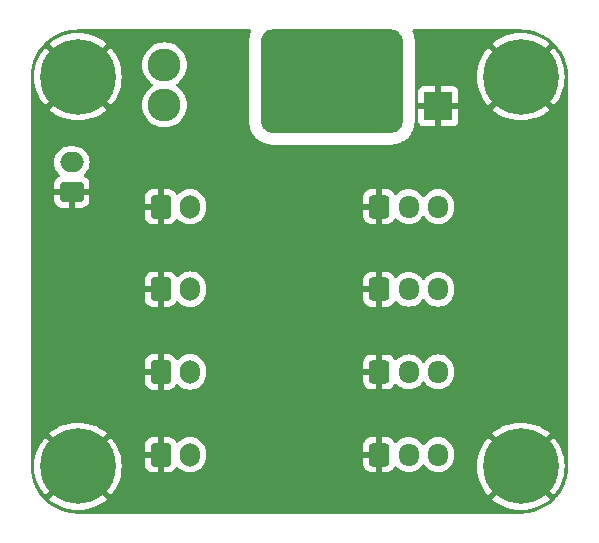
<source format=gbr>
%TF.GenerationSoftware,KiCad,Pcbnew,7.0.10*%
%TF.CreationDate,2024-02-05T17:12:21+01:00*%
%TF.ProjectId,led-driver-board-4gang,6c65642d-6472-4697-9665-722d626f6172,rev?*%
%TF.SameCoordinates,Original*%
%TF.FileFunction,Copper,L2,Bot*%
%TF.FilePolarity,Positive*%
%FSLAX46Y46*%
G04 Gerber Fmt 4.6, Leading zero omitted, Abs format (unit mm)*
G04 Created by KiCad (PCBNEW 7.0.10) date 2024-02-05 17:12:21*
%MOMM*%
%LPD*%
G01*
G04 APERTURE LIST*
G04 Aperture macros list*
%AMRoundRect*
0 Rectangle with rounded corners*
0 $1 Rounding radius*
0 $2 $3 $4 $5 $6 $7 $8 $9 X,Y pos of 4 corners*
0 Add a 4 corners polygon primitive as box body*
4,1,4,$2,$3,$4,$5,$6,$7,$8,$9,$2,$3,0*
0 Add four circle primitives for the rounded corners*
1,1,$1+$1,$2,$3*
1,1,$1+$1,$4,$5*
1,1,$1+$1,$6,$7*
1,1,$1+$1,$8,$9*
0 Add four rect primitives between the rounded corners*
20,1,$1+$1,$2,$3,$4,$5,0*
20,1,$1+$1,$4,$5,$6,$7,0*
20,1,$1+$1,$6,$7,$8,$9,0*
20,1,$1+$1,$8,$9,$2,$3,0*%
G04 Aperture macros list end*
%TA.AperFunction,ComponentPad*%
%ADD10RoundRect,0.250000X0.750000X-0.600000X0.750000X0.600000X-0.750000X0.600000X-0.750000X-0.600000X0*%
%TD*%
%TA.AperFunction,ComponentPad*%
%ADD11O,2.000000X1.700000*%
%TD*%
%TA.AperFunction,ComponentPad*%
%ADD12C,0.800000*%
%TD*%
%TA.AperFunction,ComponentPad*%
%ADD13C,6.400000*%
%TD*%
%TA.AperFunction,ComponentPad*%
%ADD14R,2.400000X2.400000*%
%TD*%
%TA.AperFunction,ComponentPad*%
%ADD15C,2.400000*%
%TD*%
%TA.AperFunction,ComponentPad*%
%ADD16RoundRect,0.250000X-0.600000X-0.750000X0.600000X-0.750000X0.600000X0.750000X-0.600000X0.750000X0*%
%TD*%
%TA.AperFunction,ComponentPad*%
%ADD17O,1.700000X2.000000*%
%TD*%
%TA.AperFunction,ComponentPad*%
%ADD18RoundRect,0.250000X-0.600000X-0.725000X0.600000X-0.725000X0.600000X0.725000X-0.600000X0.725000X0*%
%TD*%
%TA.AperFunction,ComponentPad*%
%ADD19O,1.700000X1.950000*%
%TD*%
%TA.AperFunction,ComponentPad*%
%ADD20C,2.780000*%
%TD*%
G04 APERTURE END LIST*
D10*
%TO.P,J10,1,Pin_1*%
%TO.N,GND*%
X22475000Y-38750000D03*
D11*
%TO.P,J10,2,Pin_2*%
%TO.N,+3V3*%
X22475000Y-36250000D03*
%TD*%
D12*
%TO.P,H4,1,1*%
%TO.N,GND*%
X58100000Y-62000000D03*
X58802944Y-60302944D03*
X58802944Y-63697056D03*
X60500000Y-59600000D03*
D13*
X60500000Y-62000000D03*
D12*
X60500000Y-64400000D03*
X62197056Y-60302944D03*
X62197056Y-63697056D03*
X62900000Y-62000000D03*
%TD*%
%TO.P,H3,1,1*%
%TO.N,GND*%
X20600000Y-62000000D03*
X21302944Y-60302944D03*
X21302944Y-63697056D03*
X23000000Y-59600000D03*
D13*
X23000000Y-62000000D03*
D12*
X23000000Y-64400000D03*
X24697056Y-60302944D03*
X24697056Y-63697056D03*
X25400000Y-62000000D03*
%TD*%
%TO.P,H2,1,1*%
%TO.N,GND*%
X58100000Y-29000000D03*
X58802944Y-27302944D03*
X58802944Y-30697056D03*
X60500000Y-26600000D03*
D13*
X60500000Y-29000000D03*
D12*
X60500000Y-31400000D03*
X62197056Y-27302944D03*
X62197056Y-30697056D03*
X62900000Y-29000000D03*
%TD*%
%TO.P,H1,1,1*%
%TO.N,GND*%
X20600000Y-29000000D03*
X21302944Y-27302944D03*
X21302944Y-30697056D03*
X23000000Y-26600000D03*
D13*
X23000000Y-29000000D03*
D12*
X23000000Y-31400000D03*
X24697056Y-27302944D03*
X24697056Y-30697056D03*
X25400000Y-29000000D03*
%TD*%
D14*
%TO.P,J9,1,Pin_1*%
%TO.N,GND*%
X53500000Y-31500000D03*
D15*
%TO.P,J9,2,Pin_2*%
%TO.N,/5V_UNFUSED*%
X48500000Y-31500000D03*
%TD*%
D16*
%TO.P,J8,1,Pin_1*%
%TO.N,GND*%
X30000000Y-61000000D03*
D17*
%TO.P,J8,2,Pin_2*%
%TO.N,LED3_IN*%
X32500000Y-61000000D03*
%TD*%
D16*
%TO.P,J7,1,Pin_1*%
%TO.N,GND*%
X30000000Y-54000000D03*
D17*
%TO.P,J7,2,Pin_2*%
%TO.N,LED2_IN*%
X32500000Y-54000000D03*
%TD*%
D16*
%TO.P,J6,1,Pin_1*%
%TO.N,GND*%
X30000000Y-47000000D03*
D17*
%TO.P,J6,2,Pin_2*%
%TO.N,LED1_IN*%
X32500000Y-47000000D03*
%TD*%
D16*
%TO.P,J5,1,Pin_1*%
%TO.N,GND*%
X30000000Y-40000000D03*
D17*
%TO.P,J5,2,Pin_2*%
%TO.N,LED0_IN*%
X32500000Y-40000000D03*
%TD*%
D18*
%TO.P,J4,1,Pin_1*%
%TO.N,GND*%
X48500000Y-61000000D03*
D19*
%TO.P,J4,2,Pin_2*%
%TO.N,+5V*%
X51000000Y-61000000D03*
%TO.P,J4,3,Pin_3*%
%TO.N,LED3_OUT*%
X53500000Y-61000000D03*
%TD*%
D18*
%TO.P,J3,1,Pin_1*%
%TO.N,GND*%
X48500000Y-54000000D03*
D19*
%TO.P,J3,2,Pin_2*%
%TO.N,+5V*%
X51000000Y-54000000D03*
%TO.P,J3,3,Pin_3*%
%TO.N,LED2_OUT*%
X53500000Y-54000000D03*
%TD*%
D18*
%TO.P,J2,1,Pin_1*%
%TO.N,GND*%
X48500000Y-47000000D03*
D19*
%TO.P,J2,2,Pin_2*%
%TO.N,+5V*%
X51000000Y-47000000D03*
%TO.P,J2,3,Pin_3*%
%TO.N,LED1_OUT*%
X53500000Y-47000000D03*
%TD*%
D18*
%TO.P,J1,1,Pin_1*%
%TO.N,GND*%
X48500000Y-40000000D03*
D19*
%TO.P,J1,2,Pin_2*%
%TO.N,+5V*%
X51000000Y-40000000D03*
%TO.P,J1,3,Pin_3*%
%TO.N,LED0_OUT*%
X53500000Y-40000000D03*
%TD*%
D20*
%TO.P,F1,1*%
%TO.N,+5V*%
X30330000Y-31400000D03*
X30330000Y-28000000D03*
%TO.P,F1,2*%
%TO.N,/5V_UNFUSED*%
X40250000Y-28000000D03*
X40250000Y-31400000D03*
%TD*%
%TA.AperFunction,Conductor*%
%TO.N,GND*%
G36*
X37628783Y-25020185D02*
G01*
X37674538Y-25072989D01*
X37684482Y-25142147D01*
X37673837Y-25177519D01*
X37652945Y-25221687D01*
X37652920Y-25221744D01*
X37643640Y-25244145D01*
X37643625Y-25244182D01*
X37610371Y-25337119D01*
X37560553Y-25501352D01*
X37560553Y-25501353D01*
X37536580Y-25597055D01*
X37531836Y-25620899D01*
X37517362Y-25718483D01*
X37517357Y-25718527D01*
X37499938Y-25895387D01*
X37496308Y-25944597D01*
X37495711Y-25956754D01*
X37495711Y-25956762D01*
X37494500Y-26006092D01*
X37494500Y-32743907D01*
X37494597Y-32747844D01*
X37495711Y-32793244D01*
X37496308Y-32805401D01*
X37499938Y-32854612D01*
X37517358Y-33031482D01*
X37517360Y-33031502D01*
X37531831Y-33129063D01*
X37531833Y-33129077D01*
X37536572Y-33152905D01*
X37548368Y-33199999D01*
X37560553Y-33248650D01*
X37610370Y-33412876D01*
X37643626Y-33505815D01*
X37652917Y-33528245D01*
X37652934Y-33528285D01*
X37695091Y-33617414D01*
X37695106Y-33617445D01*
X37695111Y-33617454D01*
X37775996Y-33768781D01*
X37776000Y-33768787D01*
X37826725Y-33853417D01*
X37840230Y-33873629D01*
X37899015Y-33952893D01*
X38007883Y-34085549D01*
X38074149Y-34158662D01*
X38091337Y-34175850D01*
X38164450Y-34242116D01*
X38297106Y-34350984D01*
X38376370Y-34409769D01*
X38396582Y-34423274D01*
X38481209Y-34473997D01*
X38481217Y-34474002D01*
X38531659Y-34500963D01*
X38632554Y-34554893D01*
X38632584Y-34554907D01*
X38721713Y-34597064D01*
X38721732Y-34597072D01*
X38744184Y-34606373D01*
X38744189Y-34606374D01*
X38744192Y-34606376D01*
X38837122Y-34639628D01*
X39001345Y-34689444D01*
X39097071Y-34713422D01*
X39097089Y-34713425D01*
X39097105Y-34713429D01*
X39101650Y-34714332D01*
X39120912Y-34718164D01*
X39218506Y-34732640D01*
X39395380Y-34750061D01*
X39444609Y-34753692D01*
X39456763Y-34754289D01*
X39506093Y-34755500D01*
X39506108Y-34755500D01*
X49493892Y-34755500D01*
X49493907Y-34755500D01*
X49543237Y-34754289D01*
X49555391Y-34753692D01*
X49604620Y-34750061D01*
X49781493Y-34732640D01*
X49879087Y-34718164D01*
X49902928Y-34713422D01*
X49998654Y-34689444D01*
X50162877Y-34639628D01*
X50255807Y-34606376D01*
X50278265Y-34597073D01*
X50278276Y-34597067D01*
X50278285Y-34597064D01*
X50314795Y-34579794D01*
X50367445Y-34554893D01*
X50518787Y-34473999D01*
X50603417Y-34423274D01*
X50623629Y-34409769D01*
X50702893Y-34350984D01*
X50835549Y-34242116D01*
X50908662Y-34175850D01*
X50925850Y-34158662D01*
X50992116Y-34085549D01*
X51100984Y-33952893D01*
X51159769Y-33873629D01*
X51173274Y-33853417D01*
X51223999Y-33768787D01*
X51304893Y-33617445D01*
X51347073Y-33528265D01*
X51356376Y-33505807D01*
X51389628Y-33412877D01*
X51439444Y-33248654D01*
X51463422Y-33152928D01*
X51468164Y-33129087D01*
X51482640Y-33031493D01*
X51500061Y-32854620D01*
X51503692Y-32805391D01*
X51504289Y-32793237D01*
X51505403Y-32747844D01*
X51800000Y-32747844D01*
X51806401Y-32807372D01*
X51806403Y-32807379D01*
X51856645Y-32942086D01*
X51856649Y-32942093D01*
X51942809Y-33057187D01*
X51942812Y-33057190D01*
X52057906Y-33143350D01*
X52057913Y-33143354D01*
X52192620Y-33193596D01*
X52192627Y-33193598D01*
X52252155Y-33199999D01*
X52252172Y-33200000D01*
X53250000Y-33200000D01*
X53250000Y-32045881D01*
X53343369Y-32084556D01*
X53460677Y-32100000D01*
X53539323Y-32100000D01*
X53656631Y-32084556D01*
X53750000Y-32045881D01*
X53750000Y-33200000D01*
X54747828Y-33200000D01*
X54747844Y-33199999D01*
X54807372Y-33193598D01*
X54807379Y-33193596D01*
X54942086Y-33143354D01*
X54942093Y-33143350D01*
X55057187Y-33057190D01*
X55057190Y-33057187D01*
X55143350Y-32942093D01*
X55143354Y-32942086D01*
X55193596Y-32807379D01*
X55193598Y-32807372D01*
X55199999Y-32747844D01*
X55200000Y-32747827D01*
X55200000Y-31750000D01*
X54045882Y-31750000D01*
X54084556Y-31656631D01*
X54105177Y-31500000D01*
X54084556Y-31343369D01*
X54045882Y-31250000D01*
X55200000Y-31250000D01*
X55200000Y-30252172D01*
X55199999Y-30252155D01*
X55193598Y-30192627D01*
X55193596Y-30192620D01*
X55143354Y-30057913D01*
X55143350Y-30057906D01*
X55057190Y-29942812D01*
X55057187Y-29942809D01*
X54942093Y-29856649D01*
X54942086Y-29856645D01*
X54807379Y-29806403D01*
X54807372Y-29806401D01*
X54747844Y-29800000D01*
X53750000Y-29800000D01*
X53750000Y-30954118D01*
X53656631Y-30915444D01*
X53539323Y-30900000D01*
X53460677Y-30900000D01*
X53343369Y-30915444D01*
X53250000Y-30954118D01*
X53250000Y-29800000D01*
X52252155Y-29800000D01*
X52192627Y-29806401D01*
X52192620Y-29806403D01*
X52057913Y-29856645D01*
X52057906Y-29856649D01*
X51942812Y-29942809D01*
X51942809Y-29942812D01*
X51856649Y-30057906D01*
X51856645Y-30057913D01*
X51806403Y-30192620D01*
X51806401Y-30192627D01*
X51800000Y-30252155D01*
X51800000Y-31250000D01*
X52954118Y-31250000D01*
X52915444Y-31343369D01*
X52894823Y-31500000D01*
X52915444Y-31656631D01*
X52954118Y-31750000D01*
X51800000Y-31750000D01*
X51800000Y-32747844D01*
X51505403Y-32747844D01*
X51505500Y-32743907D01*
X51505500Y-29000000D01*
X56794922Y-29000000D01*
X56815219Y-29387287D01*
X56875886Y-29770323D01*
X56875887Y-29770330D01*
X56976262Y-30144936D01*
X57115244Y-30506994D01*
X57291310Y-30852543D01*
X57502531Y-31177793D01*
X57711095Y-31435350D01*
X57711096Y-31435350D01*
X59202266Y-29944180D01*
X59365130Y-30134870D01*
X59555819Y-30297733D01*
X58064648Y-31788903D01*
X58064649Y-31788904D01*
X58322206Y-31997468D01*
X58647456Y-32208689D01*
X58993005Y-32384755D01*
X59355063Y-32523737D01*
X59729669Y-32624112D01*
X59729676Y-32624113D01*
X60112712Y-32684780D01*
X60499999Y-32705078D01*
X60500001Y-32705078D01*
X60887287Y-32684780D01*
X61270323Y-32624113D01*
X61270330Y-32624112D01*
X61644936Y-32523737D01*
X62006994Y-32384755D01*
X62352543Y-32208689D01*
X62677783Y-31997476D01*
X62677785Y-31997475D01*
X62935349Y-31788902D01*
X61444180Y-30297733D01*
X61634870Y-30134870D01*
X61797733Y-29944180D01*
X63288902Y-31435349D01*
X63497475Y-31177785D01*
X63497476Y-31177783D01*
X63708689Y-30852543D01*
X63884755Y-30506994D01*
X64023737Y-30144936D01*
X64124112Y-29770330D01*
X64124113Y-29770323D01*
X64184780Y-29387287D01*
X64205078Y-29000000D01*
X64205078Y-28999999D01*
X64184780Y-28612712D01*
X64124113Y-28229676D01*
X64124112Y-28229669D01*
X64023737Y-27855063D01*
X63884755Y-27493005D01*
X63708689Y-27147456D01*
X63497468Y-26822206D01*
X63288904Y-26564649D01*
X63288903Y-26564648D01*
X61797732Y-28055818D01*
X61634870Y-27865130D01*
X61444180Y-27702266D01*
X62935350Y-26211096D01*
X62935350Y-26211095D01*
X62677793Y-26002531D01*
X62352543Y-25791310D01*
X62006994Y-25615244D01*
X61644936Y-25476262D01*
X61270330Y-25375887D01*
X61270323Y-25375886D01*
X60887287Y-25315219D01*
X60500001Y-25294922D01*
X60499999Y-25294922D01*
X60112712Y-25315219D01*
X59729676Y-25375886D01*
X59729669Y-25375887D01*
X59355063Y-25476262D01*
X58993005Y-25615244D01*
X58647456Y-25791310D01*
X58322206Y-26002531D01*
X58064648Y-26211095D01*
X58064648Y-26211096D01*
X59555819Y-27702266D01*
X59365130Y-27865130D01*
X59202266Y-28055818D01*
X57711096Y-26564648D01*
X57711095Y-26564648D01*
X57502531Y-26822206D01*
X57291310Y-27147456D01*
X57115244Y-27493005D01*
X56976262Y-27855063D01*
X56875887Y-28229669D01*
X56875886Y-28229676D01*
X56815219Y-28612712D01*
X56794922Y-28999999D01*
X56794922Y-29000000D01*
X51505500Y-29000000D01*
X51505500Y-26006092D01*
X51504289Y-25956762D01*
X51503692Y-25944608D01*
X51500061Y-25895379D01*
X51482640Y-25718506D01*
X51468164Y-25620912D01*
X51464332Y-25601650D01*
X51463429Y-25597105D01*
X51463420Y-25597063D01*
X51449313Y-25540745D01*
X51439444Y-25501345D01*
X51389628Y-25337122D01*
X51356376Y-25244192D01*
X51356367Y-25244171D01*
X51348133Y-25224292D01*
X51347073Y-25221734D01*
X51347069Y-25221726D01*
X51326160Y-25177519D01*
X51315291Y-25108500D01*
X51343461Y-25044561D01*
X51401727Y-25006002D01*
X51438254Y-25000500D01*
X60497128Y-25000500D01*
X60502854Y-25000632D01*
X60518811Y-25001369D01*
X60673088Y-25008502D01*
X60869795Y-25018166D01*
X60880787Y-25019201D01*
X61062876Y-25044601D01*
X61063781Y-25044732D01*
X61247261Y-25071949D01*
X61257413Y-25073892D01*
X61438614Y-25116510D01*
X61440023Y-25116852D01*
X61617874Y-25161401D01*
X61627091Y-25164096D01*
X61804478Y-25223550D01*
X61806618Y-25224292D01*
X61978220Y-25285692D01*
X61986519Y-25289004D01*
X62157980Y-25364712D01*
X62160909Y-25366051D01*
X62247263Y-25406892D01*
X62325119Y-25443715D01*
X62332411Y-25447465D01*
X62429162Y-25501356D01*
X62496435Y-25538827D01*
X62499810Y-25540777D01*
X62655371Y-25634017D01*
X62661670Y-25638058D01*
X62816699Y-25744256D01*
X62820459Y-25746935D01*
X62966009Y-25854882D01*
X62971305Y-25859040D01*
X63116009Y-25979200D01*
X63119947Y-25982617D01*
X63254206Y-26104303D01*
X63258590Y-26108478D01*
X63391520Y-26241408D01*
X63395698Y-26245795D01*
X63517375Y-26380045D01*
X63520805Y-26383998D01*
X63640951Y-26528684D01*
X63645124Y-26534000D01*
X63667855Y-26564649D01*
X63753041Y-26679509D01*
X63755742Y-26683299D01*
X63861940Y-26838328D01*
X63865999Y-26844656D01*
X63959200Y-27000153D01*
X63961171Y-27003563D01*
X64052525Y-27167573D01*
X64056291Y-27174896D01*
X64133947Y-27339089D01*
X64135286Y-27342018D01*
X64210994Y-27513479D01*
X64214311Y-27521791D01*
X64275666Y-27693265D01*
X64276487Y-27695634D01*
X64335894Y-27872881D01*
X64338606Y-27882157D01*
X64383104Y-28059803D01*
X64383526Y-28061543D01*
X64426101Y-28242562D01*
X64428053Y-28252758D01*
X64455257Y-28436156D01*
X64455410Y-28437218D01*
X64480794Y-28619184D01*
X64481834Y-28630232D01*
X64491512Y-28827238D01*
X64491529Y-28827595D01*
X64499368Y-28997145D01*
X64499500Y-29002872D01*
X64499500Y-61997127D01*
X64499368Y-62002854D01*
X64491529Y-62172404D01*
X64491512Y-62172761D01*
X64481834Y-62369766D01*
X64480794Y-62380814D01*
X64455410Y-62562780D01*
X64455257Y-62563842D01*
X64428053Y-62747240D01*
X64426101Y-62757436D01*
X64383526Y-62938455D01*
X64383104Y-62940195D01*
X64338606Y-63117841D01*
X64335894Y-63127117D01*
X64276487Y-63304364D01*
X64275666Y-63306733D01*
X64214311Y-63478207D01*
X64210994Y-63486519D01*
X64135286Y-63657980D01*
X64133947Y-63660909D01*
X64056291Y-63825102D01*
X64052525Y-63832425D01*
X63961171Y-63996435D01*
X63959200Y-63999845D01*
X63865999Y-64155342D01*
X63861940Y-64161670D01*
X63755742Y-64316699D01*
X63753041Y-64320489D01*
X63645135Y-64465984D01*
X63640935Y-64471334D01*
X63520851Y-64615947D01*
X63517331Y-64620004D01*
X63395717Y-64754183D01*
X63391520Y-64758590D01*
X63258590Y-64891520D01*
X63254183Y-64895717D01*
X63120004Y-65017331D01*
X63115947Y-65020851D01*
X62971334Y-65140935D01*
X62965984Y-65145135D01*
X62820489Y-65253041D01*
X62816699Y-65255742D01*
X62661670Y-65361940D01*
X62655342Y-65365999D01*
X62499845Y-65459200D01*
X62496435Y-65461171D01*
X62332425Y-65552525D01*
X62325102Y-65556291D01*
X62160909Y-65633947D01*
X62157980Y-65635286D01*
X61986519Y-65710994D01*
X61978207Y-65714311D01*
X61806733Y-65775666D01*
X61804364Y-65776487D01*
X61627117Y-65835894D01*
X61617841Y-65838606D01*
X61440195Y-65883104D01*
X61438455Y-65883526D01*
X61257436Y-65926101D01*
X61247240Y-65928053D01*
X61063842Y-65955257D01*
X61062780Y-65955410D01*
X60880814Y-65980794D01*
X60869766Y-65981834D01*
X60672931Y-65991503D01*
X60672575Y-65991520D01*
X60507393Y-65999158D01*
X60502854Y-65999368D01*
X60497128Y-65999500D01*
X23002872Y-65999500D01*
X22997145Y-65999368D01*
X22992305Y-65999144D01*
X22827423Y-65991520D01*
X22827067Y-65991503D01*
X22630232Y-65981834D01*
X22619184Y-65980794D01*
X22437218Y-65955410D01*
X22436156Y-65955257D01*
X22252758Y-65928053D01*
X22242562Y-65926101D01*
X22061543Y-65883526D01*
X22059803Y-65883104D01*
X21882157Y-65838606D01*
X21872881Y-65835894D01*
X21695634Y-65776487D01*
X21693265Y-65775666D01*
X21521791Y-65714311D01*
X21513479Y-65710994D01*
X21342018Y-65635286D01*
X21339089Y-65633947D01*
X21174896Y-65556291D01*
X21167573Y-65552525D01*
X21003563Y-65461171D01*
X21000153Y-65459200D01*
X20875949Y-65384755D01*
X20844645Y-65365992D01*
X20838328Y-65361940D01*
X20683299Y-65255742D01*
X20679509Y-65253041D01*
X20534000Y-65145124D01*
X20528684Y-65140951D01*
X20383998Y-65020805D01*
X20380045Y-65017375D01*
X20245795Y-64895698D01*
X20241408Y-64891520D01*
X20108478Y-64758590D01*
X20104303Y-64754206D01*
X19982617Y-64619947D01*
X19979200Y-64616009D01*
X19859040Y-64471305D01*
X19854882Y-64466009D01*
X19746935Y-64320459D01*
X19744256Y-64316699D01*
X19638058Y-64161670D01*
X19634017Y-64155371D01*
X19540777Y-63999810D01*
X19538827Y-63996435D01*
X19458679Y-63852543D01*
X19447465Y-63832411D01*
X19443715Y-63825119D01*
X19406892Y-63747263D01*
X19366051Y-63660909D01*
X19364712Y-63657980D01*
X19289004Y-63486519D01*
X19285692Y-63478220D01*
X19224292Y-63306618D01*
X19223550Y-63304478D01*
X19164096Y-63127091D01*
X19161401Y-63117874D01*
X19116852Y-62940023D01*
X19116510Y-62938614D01*
X19073892Y-62757413D01*
X19071949Y-62747261D01*
X19044732Y-62563781D01*
X19044588Y-62562780D01*
X19019201Y-62380787D01*
X19018166Y-62369795D01*
X19008480Y-62172611D01*
X19000889Y-62008413D01*
X19000632Y-62002854D01*
X19000566Y-62000000D01*
X19294922Y-62000000D01*
X19315219Y-62387287D01*
X19375886Y-62770323D01*
X19375887Y-62770330D01*
X19476262Y-63144936D01*
X19615244Y-63506994D01*
X19791310Y-63852543D01*
X20002531Y-64177793D01*
X20211095Y-64435350D01*
X20211096Y-64435350D01*
X21702266Y-62944180D01*
X21865130Y-63134870D01*
X22055819Y-63297733D01*
X20564648Y-64788903D01*
X20564649Y-64788904D01*
X20822206Y-64997468D01*
X21147456Y-65208689D01*
X21493005Y-65384755D01*
X21855063Y-65523737D01*
X22229669Y-65624112D01*
X22229676Y-65624113D01*
X22612712Y-65684780D01*
X22999999Y-65705078D01*
X23000001Y-65705078D01*
X23387287Y-65684780D01*
X23770323Y-65624113D01*
X23770330Y-65624112D01*
X24144936Y-65523737D01*
X24506994Y-65384755D01*
X24852543Y-65208689D01*
X25177783Y-64997476D01*
X25177785Y-64997475D01*
X25435349Y-64788902D01*
X23944180Y-63297733D01*
X24134870Y-63134870D01*
X24297733Y-62944180D01*
X25788902Y-64435349D01*
X25997475Y-64177785D01*
X25997476Y-64177783D01*
X26208689Y-63852543D01*
X26384755Y-63506994D01*
X26523737Y-63144936D01*
X26624112Y-62770330D01*
X26624113Y-62770323D01*
X26684780Y-62387287D01*
X26705078Y-62000000D01*
X26705078Y-61999999D01*
X26684780Y-61612712D01*
X26624113Y-61229676D01*
X26624112Y-61229669D01*
X26523737Y-60855063D01*
X26483407Y-60750000D01*
X28650000Y-60750000D01*
X29566314Y-60750000D01*
X29540507Y-60790156D01*
X29500000Y-60928111D01*
X29500000Y-61071889D01*
X29540507Y-61209844D01*
X29566314Y-61250000D01*
X28650001Y-61250000D01*
X28650001Y-61799986D01*
X28660494Y-61902697D01*
X28715641Y-62069119D01*
X28715643Y-62069124D01*
X28807684Y-62218345D01*
X28931654Y-62342315D01*
X29080875Y-62434356D01*
X29080880Y-62434358D01*
X29247302Y-62489505D01*
X29247309Y-62489506D01*
X29350019Y-62499999D01*
X29749999Y-62499999D01*
X29750000Y-62499998D01*
X29750000Y-61435501D01*
X29857685Y-61484680D01*
X29964237Y-61500000D01*
X30035763Y-61500000D01*
X30142315Y-61484680D01*
X30250000Y-61435501D01*
X30250000Y-62499999D01*
X30649972Y-62499999D01*
X30649986Y-62499998D01*
X30752697Y-62489505D01*
X30919119Y-62434358D01*
X30919124Y-62434356D01*
X31068345Y-62342315D01*
X31192315Y-62218345D01*
X31287815Y-62063516D01*
X31339763Y-62016792D01*
X31408726Y-62005569D01*
X31472808Y-62033413D01*
X31481035Y-62040931D01*
X31628599Y-62188495D01*
X31628602Y-62188497D01*
X31628603Y-62188498D01*
X31822165Y-62324032D01*
X31822167Y-62324033D01*
X31822170Y-62324035D01*
X32036337Y-62423903D01*
X32036343Y-62423904D01*
X32036344Y-62423905D01*
X32075356Y-62434358D01*
X32264592Y-62485063D01*
X32452918Y-62501539D01*
X32499999Y-62505659D01*
X32500000Y-62505659D01*
X32500001Y-62505659D01*
X32539234Y-62502226D01*
X32735408Y-62485063D01*
X32963663Y-62423903D01*
X33177829Y-62324035D01*
X33371401Y-62188495D01*
X33538495Y-62021401D01*
X33674035Y-61827829D01*
X33773903Y-61613663D01*
X33835063Y-61385408D01*
X33850500Y-61208966D01*
X33850500Y-60791034D01*
X33846910Y-60750000D01*
X47150000Y-60750000D01*
X48096031Y-60750000D01*
X48063481Y-60800649D01*
X48025000Y-60931705D01*
X48025000Y-61068295D01*
X48063481Y-61199351D01*
X48096031Y-61250000D01*
X47150001Y-61250000D01*
X47150001Y-61774986D01*
X47160494Y-61877697D01*
X47215641Y-62044119D01*
X47215643Y-62044124D01*
X47307684Y-62193345D01*
X47431654Y-62317315D01*
X47580875Y-62409356D01*
X47580880Y-62409358D01*
X47747302Y-62464505D01*
X47747309Y-62464506D01*
X47850019Y-62474999D01*
X48249999Y-62474999D01*
X48250000Y-62474998D01*
X48250000Y-61408018D01*
X48364801Y-61460446D01*
X48466025Y-61475000D01*
X48533975Y-61475000D01*
X48635199Y-61460446D01*
X48750000Y-61408018D01*
X48750000Y-62474999D01*
X49149972Y-62474999D01*
X49149986Y-62474998D01*
X49252697Y-62464505D01*
X49419119Y-62409358D01*
X49419124Y-62409356D01*
X49568345Y-62317315D01*
X49692315Y-62193345D01*
X49787815Y-62038516D01*
X49839763Y-61991792D01*
X49908726Y-61980569D01*
X49972808Y-62008413D01*
X49981035Y-62015931D01*
X50128599Y-62163495D01*
X50128602Y-62163497D01*
X50128603Y-62163498D01*
X50322165Y-62299032D01*
X50322167Y-62299033D01*
X50322170Y-62299035D01*
X50536337Y-62398903D01*
X50536343Y-62398904D01*
X50536344Y-62398905D01*
X50575356Y-62409358D01*
X50764592Y-62460063D01*
X50952918Y-62476539D01*
X50999999Y-62480659D01*
X51000000Y-62480659D01*
X51000001Y-62480659D01*
X51039234Y-62477226D01*
X51235408Y-62460063D01*
X51463663Y-62398903D01*
X51677829Y-62299035D01*
X51871401Y-62163495D01*
X52038495Y-61996401D01*
X52148426Y-61839401D01*
X52203001Y-61795778D01*
X52272500Y-61788584D01*
X52334855Y-61820106D01*
X52351571Y-61839398D01*
X52378388Y-61877697D01*
X52461506Y-61996403D01*
X52628597Y-62163493D01*
X52628599Y-62163495D01*
X52706933Y-62218345D01*
X52822165Y-62299032D01*
X52822167Y-62299033D01*
X52822170Y-62299035D01*
X53036337Y-62398903D01*
X53036343Y-62398904D01*
X53036344Y-62398905D01*
X53075356Y-62409358D01*
X53264592Y-62460063D01*
X53452918Y-62476539D01*
X53499999Y-62480659D01*
X53500000Y-62480659D01*
X53500001Y-62480659D01*
X53539234Y-62477226D01*
X53735408Y-62460063D01*
X53963663Y-62398903D01*
X54177829Y-62299035D01*
X54371401Y-62163495D01*
X54534896Y-62000000D01*
X56794922Y-62000000D01*
X56815219Y-62387287D01*
X56875886Y-62770323D01*
X56875887Y-62770330D01*
X56976262Y-63144936D01*
X57115244Y-63506994D01*
X57291310Y-63852543D01*
X57502531Y-64177793D01*
X57711095Y-64435350D01*
X57711096Y-64435350D01*
X59202266Y-62944180D01*
X59365130Y-63134870D01*
X59555819Y-63297733D01*
X58064648Y-64788903D01*
X58064649Y-64788904D01*
X58322206Y-64997468D01*
X58647456Y-65208689D01*
X58993005Y-65384755D01*
X59355063Y-65523737D01*
X59729669Y-65624112D01*
X59729676Y-65624113D01*
X60112712Y-65684780D01*
X60499999Y-65705078D01*
X60500001Y-65705078D01*
X60887287Y-65684780D01*
X61270323Y-65624113D01*
X61270330Y-65624112D01*
X61644936Y-65523737D01*
X62006994Y-65384755D01*
X62352543Y-65208689D01*
X62677783Y-64997476D01*
X62677785Y-64997475D01*
X62935349Y-64788902D01*
X61444180Y-63297733D01*
X61634870Y-63134870D01*
X61797733Y-62944180D01*
X63288902Y-64435349D01*
X63497475Y-64177785D01*
X63497476Y-64177783D01*
X63708689Y-63852543D01*
X63884755Y-63506994D01*
X64023737Y-63144936D01*
X64124112Y-62770330D01*
X64124113Y-62770323D01*
X64184780Y-62387287D01*
X64205078Y-62000000D01*
X64205078Y-61999999D01*
X64184780Y-61612712D01*
X64124113Y-61229676D01*
X64124112Y-61229669D01*
X64023737Y-60855063D01*
X63884755Y-60493005D01*
X63708689Y-60147456D01*
X63497468Y-59822206D01*
X63288904Y-59564649D01*
X63288903Y-59564648D01*
X61797732Y-61055818D01*
X61634870Y-60865130D01*
X61444180Y-60702266D01*
X62935350Y-59211096D01*
X62935350Y-59211095D01*
X62677793Y-59002531D01*
X62352543Y-58791310D01*
X62006994Y-58615244D01*
X61644936Y-58476262D01*
X61270330Y-58375887D01*
X61270323Y-58375886D01*
X60887287Y-58315219D01*
X60500001Y-58294922D01*
X60499999Y-58294922D01*
X60112712Y-58315219D01*
X59729676Y-58375886D01*
X59729669Y-58375887D01*
X59355063Y-58476262D01*
X58993005Y-58615244D01*
X58647456Y-58791310D01*
X58322206Y-59002531D01*
X58064648Y-59211095D01*
X58064648Y-59211096D01*
X59555819Y-60702266D01*
X59365130Y-60865130D01*
X59202266Y-61055818D01*
X57711096Y-59564648D01*
X57711095Y-59564648D01*
X57502531Y-59822206D01*
X57291310Y-60147456D01*
X57115244Y-60493005D01*
X56976262Y-60855063D01*
X56875887Y-61229669D01*
X56875886Y-61229676D01*
X56815219Y-61612712D01*
X56794922Y-61999999D01*
X56794922Y-62000000D01*
X54534896Y-62000000D01*
X54538495Y-61996401D01*
X54674035Y-61802829D01*
X54773903Y-61588663D01*
X54835063Y-61360408D01*
X54850500Y-61183966D01*
X54850500Y-60816034D01*
X54835063Y-60639592D01*
X54773903Y-60411337D01*
X54674035Y-60197171D01*
X54661936Y-60179891D01*
X54538494Y-60003597D01*
X54371402Y-59836506D01*
X54371395Y-59836501D01*
X54177834Y-59700967D01*
X54177830Y-59700965D01*
X54138626Y-59682684D01*
X53963663Y-59601097D01*
X53963659Y-59601096D01*
X53963655Y-59601094D01*
X53735413Y-59539938D01*
X53735403Y-59539936D01*
X53500001Y-59519341D01*
X53499999Y-59519341D01*
X53264596Y-59539936D01*
X53264586Y-59539938D01*
X53036344Y-59601094D01*
X53036335Y-59601098D01*
X52822171Y-59700964D01*
X52822169Y-59700965D01*
X52628597Y-59836505D01*
X52461505Y-60003597D01*
X52351575Y-60160595D01*
X52296998Y-60204220D01*
X52227500Y-60211414D01*
X52165145Y-60179891D01*
X52148425Y-60160595D01*
X52038494Y-60003597D01*
X51871402Y-59836506D01*
X51871395Y-59836501D01*
X51677834Y-59700967D01*
X51677830Y-59700965D01*
X51638626Y-59682684D01*
X51463663Y-59601097D01*
X51463659Y-59601096D01*
X51463655Y-59601094D01*
X51235413Y-59539938D01*
X51235403Y-59539936D01*
X51000001Y-59519341D01*
X50999999Y-59519341D01*
X50764596Y-59539936D01*
X50764586Y-59539938D01*
X50536344Y-59601094D01*
X50536335Y-59601098D01*
X50322171Y-59700964D01*
X50322169Y-59700965D01*
X50128597Y-59836505D01*
X49981035Y-59984068D01*
X49919712Y-60017553D01*
X49850020Y-60012569D01*
X49794087Y-59970697D01*
X49787815Y-59961484D01*
X49692315Y-59806654D01*
X49568345Y-59682684D01*
X49419124Y-59590643D01*
X49419119Y-59590641D01*
X49252697Y-59535494D01*
X49252690Y-59535493D01*
X49149986Y-59525000D01*
X48750000Y-59525000D01*
X48750000Y-60591981D01*
X48635199Y-60539554D01*
X48533975Y-60525000D01*
X48466025Y-60525000D01*
X48364801Y-60539554D01*
X48250000Y-60591981D01*
X48250000Y-59525000D01*
X47850028Y-59525000D01*
X47850012Y-59525001D01*
X47747302Y-59535494D01*
X47580880Y-59590641D01*
X47580875Y-59590643D01*
X47431654Y-59682684D01*
X47307684Y-59806654D01*
X47215643Y-59955875D01*
X47215641Y-59955880D01*
X47160494Y-60122302D01*
X47160493Y-60122309D01*
X47150000Y-60225013D01*
X47150000Y-60750000D01*
X33846910Y-60750000D01*
X33835063Y-60614592D01*
X33773903Y-60386337D01*
X33674035Y-60172171D01*
X33665930Y-60160595D01*
X33538494Y-59978597D01*
X33371402Y-59811506D01*
X33371395Y-59811501D01*
X33177834Y-59675967D01*
X33177830Y-59675965D01*
X33138626Y-59657684D01*
X32963663Y-59576097D01*
X32963659Y-59576096D01*
X32963655Y-59576094D01*
X32735413Y-59514938D01*
X32735403Y-59514936D01*
X32500001Y-59494341D01*
X32499999Y-59494341D01*
X32264596Y-59514936D01*
X32264586Y-59514938D01*
X32036344Y-59576094D01*
X32036335Y-59576098D01*
X31822171Y-59675964D01*
X31822169Y-59675965D01*
X31628597Y-59811505D01*
X31481035Y-59959068D01*
X31419712Y-59992553D01*
X31350020Y-59987569D01*
X31294087Y-59945697D01*
X31287815Y-59936484D01*
X31192315Y-59781654D01*
X31068345Y-59657684D01*
X30919124Y-59565643D01*
X30919119Y-59565641D01*
X30752697Y-59510494D01*
X30752690Y-59510493D01*
X30649986Y-59500000D01*
X30250000Y-59500000D01*
X30250000Y-60564498D01*
X30142315Y-60515320D01*
X30035763Y-60500000D01*
X29964237Y-60500000D01*
X29857685Y-60515320D01*
X29750000Y-60564498D01*
X29750000Y-59500000D01*
X29350028Y-59500000D01*
X29350012Y-59500001D01*
X29247302Y-59510494D01*
X29080880Y-59565641D01*
X29080875Y-59565643D01*
X28931654Y-59657684D01*
X28807684Y-59781654D01*
X28715643Y-59930875D01*
X28715641Y-59930880D01*
X28660494Y-60097302D01*
X28660493Y-60097309D01*
X28650000Y-60200013D01*
X28650000Y-60750000D01*
X26483407Y-60750000D01*
X26384755Y-60493005D01*
X26208689Y-60147456D01*
X25997468Y-59822206D01*
X25788904Y-59564649D01*
X25788903Y-59564648D01*
X24297732Y-61055818D01*
X24134870Y-60865130D01*
X23944180Y-60702266D01*
X25435350Y-59211096D01*
X25435350Y-59211095D01*
X25177793Y-59002531D01*
X24852543Y-58791310D01*
X24506994Y-58615244D01*
X24144936Y-58476262D01*
X23770330Y-58375887D01*
X23770323Y-58375886D01*
X23387287Y-58315219D01*
X23000001Y-58294922D01*
X22999999Y-58294922D01*
X22612712Y-58315219D01*
X22229676Y-58375886D01*
X22229669Y-58375887D01*
X21855063Y-58476262D01*
X21493005Y-58615244D01*
X21147456Y-58791310D01*
X20822206Y-59002531D01*
X20564648Y-59211095D01*
X20564648Y-59211096D01*
X22055819Y-60702266D01*
X21865130Y-60865130D01*
X21702266Y-61055818D01*
X20211096Y-59564648D01*
X20211095Y-59564648D01*
X20002531Y-59822206D01*
X19791310Y-60147456D01*
X19615244Y-60493005D01*
X19476262Y-60855063D01*
X19375887Y-61229669D01*
X19375886Y-61229676D01*
X19315219Y-61612712D01*
X19294922Y-61999999D01*
X19294922Y-62000000D01*
X19000566Y-62000000D01*
X19000500Y-61997128D01*
X19000500Y-53750000D01*
X28650000Y-53750000D01*
X29566314Y-53750000D01*
X29540507Y-53790156D01*
X29500000Y-53928111D01*
X29500000Y-54071889D01*
X29540507Y-54209844D01*
X29566314Y-54250000D01*
X28650001Y-54250000D01*
X28650001Y-54799986D01*
X28660494Y-54902697D01*
X28715641Y-55069119D01*
X28715643Y-55069124D01*
X28807684Y-55218345D01*
X28931654Y-55342315D01*
X29080875Y-55434356D01*
X29080880Y-55434358D01*
X29247302Y-55489505D01*
X29247309Y-55489506D01*
X29350019Y-55499999D01*
X29749999Y-55499999D01*
X29750000Y-55499998D01*
X29750000Y-54435501D01*
X29857685Y-54484680D01*
X29964237Y-54500000D01*
X30035763Y-54500000D01*
X30142315Y-54484680D01*
X30250000Y-54435501D01*
X30250000Y-55499999D01*
X30649972Y-55499999D01*
X30649986Y-55499998D01*
X30752697Y-55489505D01*
X30919119Y-55434358D01*
X30919124Y-55434356D01*
X31068345Y-55342315D01*
X31192315Y-55218345D01*
X31287815Y-55063516D01*
X31339763Y-55016792D01*
X31408726Y-55005569D01*
X31472808Y-55033413D01*
X31481035Y-55040931D01*
X31628599Y-55188495D01*
X31628602Y-55188497D01*
X31628603Y-55188498D01*
X31822165Y-55324032D01*
X31822167Y-55324033D01*
X31822170Y-55324035D01*
X32036337Y-55423903D01*
X32036343Y-55423904D01*
X32036344Y-55423905D01*
X32075356Y-55434358D01*
X32264592Y-55485063D01*
X32452918Y-55501539D01*
X32499999Y-55505659D01*
X32500000Y-55505659D01*
X32500001Y-55505659D01*
X32539234Y-55502226D01*
X32735408Y-55485063D01*
X32963663Y-55423903D01*
X33177829Y-55324035D01*
X33371401Y-55188495D01*
X33538495Y-55021401D01*
X33674035Y-54827829D01*
X33773903Y-54613663D01*
X33835063Y-54385408D01*
X33850500Y-54208966D01*
X33850500Y-53791034D01*
X33846910Y-53750000D01*
X47150000Y-53750000D01*
X48096031Y-53750000D01*
X48063481Y-53800649D01*
X48025000Y-53931705D01*
X48025000Y-54068295D01*
X48063481Y-54199351D01*
X48096031Y-54250000D01*
X47150001Y-54250000D01*
X47150001Y-54774986D01*
X47160494Y-54877697D01*
X47215641Y-55044119D01*
X47215643Y-55044124D01*
X47307684Y-55193345D01*
X47431654Y-55317315D01*
X47580875Y-55409356D01*
X47580880Y-55409358D01*
X47747302Y-55464505D01*
X47747309Y-55464506D01*
X47850019Y-55474999D01*
X48249999Y-55474999D01*
X48250000Y-55474998D01*
X48250000Y-54408018D01*
X48364801Y-54460446D01*
X48466025Y-54475000D01*
X48533975Y-54475000D01*
X48635199Y-54460446D01*
X48750000Y-54408018D01*
X48750000Y-55474999D01*
X49149972Y-55474999D01*
X49149986Y-55474998D01*
X49252697Y-55464505D01*
X49419119Y-55409358D01*
X49419124Y-55409356D01*
X49568345Y-55317315D01*
X49692315Y-55193345D01*
X49787815Y-55038516D01*
X49839763Y-54991792D01*
X49908726Y-54980569D01*
X49972808Y-55008413D01*
X49981035Y-55015931D01*
X50128599Y-55163495D01*
X50128602Y-55163497D01*
X50128603Y-55163498D01*
X50322165Y-55299032D01*
X50322167Y-55299033D01*
X50322170Y-55299035D01*
X50536337Y-55398903D01*
X50536343Y-55398904D01*
X50536344Y-55398905D01*
X50575356Y-55409358D01*
X50764592Y-55460063D01*
X50952918Y-55476539D01*
X50999999Y-55480659D01*
X51000000Y-55480659D01*
X51000001Y-55480659D01*
X51039234Y-55477226D01*
X51235408Y-55460063D01*
X51463663Y-55398903D01*
X51677829Y-55299035D01*
X51871401Y-55163495D01*
X52038495Y-54996401D01*
X52148426Y-54839401D01*
X52203001Y-54795778D01*
X52272500Y-54788584D01*
X52334855Y-54820106D01*
X52351571Y-54839398D01*
X52378388Y-54877697D01*
X52461506Y-54996403D01*
X52628597Y-55163493D01*
X52628599Y-55163495D01*
X52706933Y-55218345D01*
X52822165Y-55299032D01*
X52822167Y-55299033D01*
X52822170Y-55299035D01*
X53036337Y-55398903D01*
X53036343Y-55398904D01*
X53036344Y-55398905D01*
X53075356Y-55409358D01*
X53264592Y-55460063D01*
X53452918Y-55476539D01*
X53499999Y-55480659D01*
X53500000Y-55480659D01*
X53500001Y-55480659D01*
X53539234Y-55477226D01*
X53735408Y-55460063D01*
X53963663Y-55398903D01*
X54177829Y-55299035D01*
X54371401Y-55163495D01*
X54538495Y-54996401D01*
X54674035Y-54802829D01*
X54773903Y-54588663D01*
X54835063Y-54360408D01*
X54850500Y-54183966D01*
X54850500Y-53816034D01*
X54835063Y-53639592D01*
X54773903Y-53411337D01*
X54674035Y-53197171D01*
X54661936Y-53179891D01*
X54538494Y-53003597D01*
X54371402Y-52836506D01*
X54371395Y-52836501D01*
X54177834Y-52700967D01*
X54177830Y-52700965D01*
X54138626Y-52682684D01*
X53963663Y-52601097D01*
X53963659Y-52601096D01*
X53963655Y-52601094D01*
X53735413Y-52539938D01*
X53735403Y-52539936D01*
X53500001Y-52519341D01*
X53499999Y-52519341D01*
X53264596Y-52539936D01*
X53264586Y-52539938D01*
X53036344Y-52601094D01*
X53036335Y-52601098D01*
X52822171Y-52700964D01*
X52822169Y-52700965D01*
X52628597Y-52836505D01*
X52461505Y-53003597D01*
X52351575Y-53160595D01*
X52296998Y-53204220D01*
X52227500Y-53211414D01*
X52165145Y-53179891D01*
X52148425Y-53160595D01*
X52038494Y-53003597D01*
X51871402Y-52836506D01*
X51871395Y-52836501D01*
X51677834Y-52700967D01*
X51677830Y-52700965D01*
X51638626Y-52682684D01*
X51463663Y-52601097D01*
X51463659Y-52601096D01*
X51463655Y-52601094D01*
X51235413Y-52539938D01*
X51235403Y-52539936D01*
X51000001Y-52519341D01*
X50999999Y-52519341D01*
X50764596Y-52539936D01*
X50764586Y-52539938D01*
X50536344Y-52601094D01*
X50536335Y-52601098D01*
X50322171Y-52700964D01*
X50322169Y-52700965D01*
X50128597Y-52836505D01*
X49981035Y-52984068D01*
X49919712Y-53017553D01*
X49850020Y-53012569D01*
X49794087Y-52970697D01*
X49787815Y-52961484D01*
X49692315Y-52806654D01*
X49568345Y-52682684D01*
X49419124Y-52590643D01*
X49419119Y-52590641D01*
X49252697Y-52535494D01*
X49252690Y-52535493D01*
X49149986Y-52525000D01*
X48750000Y-52525000D01*
X48750000Y-53591981D01*
X48635199Y-53539554D01*
X48533975Y-53525000D01*
X48466025Y-53525000D01*
X48364801Y-53539554D01*
X48250000Y-53591981D01*
X48250000Y-52525000D01*
X47850028Y-52525000D01*
X47850012Y-52525001D01*
X47747302Y-52535494D01*
X47580880Y-52590641D01*
X47580875Y-52590643D01*
X47431654Y-52682684D01*
X47307684Y-52806654D01*
X47215643Y-52955875D01*
X47215641Y-52955880D01*
X47160494Y-53122302D01*
X47160493Y-53122309D01*
X47150000Y-53225013D01*
X47150000Y-53750000D01*
X33846910Y-53750000D01*
X33835063Y-53614592D01*
X33773903Y-53386337D01*
X33674035Y-53172171D01*
X33665930Y-53160595D01*
X33538494Y-52978597D01*
X33371402Y-52811506D01*
X33371395Y-52811501D01*
X33177834Y-52675967D01*
X33177830Y-52675965D01*
X33138626Y-52657684D01*
X32963663Y-52576097D01*
X32963659Y-52576096D01*
X32963655Y-52576094D01*
X32735413Y-52514938D01*
X32735403Y-52514936D01*
X32500001Y-52494341D01*
X32499999Y-52494341D01*
X32264596Y-52514936D01*
X32264586Y-52514938D01*
X32036344Y-52576094D01*
X32036335Y-52576098D01*
X31822171Y-52675964D01*
X31822169Y-52675965D01*
X31628597Y-52811505D01*
X31481035Y-52959068D01*
X31419712Y-52992553D01*
X31350020Y-52987569D01*
X31294087Y-52945697D01*
X31287815Y-52936484D01*
X31192315Y-52781654D01*
X31068345Y-52657684D01*
X30919124Y-52565643D01*
X30919119Y-52565641D01*
X30752697Y-52510494D01*
X30752690Y-52510493D01*
X30649986Y-52500000D01*
X30250000Y-52500000D01*
X30250000Y-53564498D01*
X30142315Y-53515320D01*
X30035763Y-53500000D01*
X29964237Y-53500000D01*
X29857685Y-53515320D01*
X29750000Y-53564498D01*
X29750000Y-52500000D01*
X29350028Y-52500000D01*
X29350012Y-52500001D01*
X29247302Y-52510494D01*
X29080880Y-52565641D01*
X29080875Y-52565643D01*
X28931654Y-52657684D01*
X28807684Y-52781654D01*
X28715643Y-52930875D01*
X28715641Y-52930880D01*
X28660494Y-53097302D01*
X28660493Y-53097309D01*
X28650000Y-53200013D01*
X28650000Y-53750000D01*
X19000500Y-53750000D01*
X19000500Y-46750000D01*
X28650000Y-46750000D01*
X29566314Y-46750000D01*
X29540507Y-46790156D01*
X29500000Y-46928111D01*
X29500000Y-47071889D01*
X29540507Y-47209844D01*
X29566314Y-47250000D01*
X28650001Y-47250000D01*
X28650001Y-47799986D01*
X28660494Y-47902697D01*
X28715641Y-48069119D01*
X28715643Y-48069124D01*
X28807684Y-48218345D01*
X28931654Y-48342315D01*
X29080875Y-48434356D01*
X29080880Y-48434358D01*
X29247302Y-48489505D01*
X29247309Y-48489506D01*
X29350019Y-48499999D01*
X29749999Y-48499999D01*
X29750000Y-48499998D01*
X29750000Y-47435501D01*
X29857685Y-47484680D01*
X29964237Y-47500000D01*
X30035763Y-47500000D01*
X30142315Y-47484680D01*
X30250000Y-47435501D01*
X30250000Y-48499999D01*
X30649972Y-48499999D01*
X30649986Y-48499998D01*
X30752697Y-48489505D01*
X30919119Y-48434358D01*
X30919124Y-48434356D01*
X31068345Y-48342315D01*
X31192315Y-48218345D01*
X31287815Y-48063516D01*
X31339763Y-48016792D01*
X31408726Y-48005569D01*
X31472808Y-48033413D01*
X31481035Y-48040931D01*
X31628599Y-48188495D01*
X31628602Y-48188497D01*
X31628603Y-48188498D01*
X31822165Y-48324032D01*
X31822167Y-48324033D01*
X31822170Y-48324035D01*
X32036337Y-48423903D01*
X32036343Y-48423904D01*
X32036344Y-48423905D01*
X32075356Y-48434358D01*
X32264592Y-48485063D01*
X32452918Y-48501539D01*
X32499999Y-48505659D01*
X32500000Y-48505659D01*
X32500001Y-48505659D01*
X32539234Y-48502226D01*
X32735408Y-48485063D01*
X32963663Y-48423903D01*
X33177829Y-48324035D01*
X33371401Y-48188495D01*
X33538495Y-48021401D01*
X33674035Y-47827829D01*
X33773903Y-47613663D01*
X33835063Y-47385408D01*
X33850500Y-47208966D01*
X33850500Y-46791034D01*
X33846910Y-46750000D01*
X47150000Y-46750000D01*
X48096031Y-46750000D01*
X48063481Y-46800649D01*
X48025000Y-46931705D01*
X48025000Y-47068295D01*
X48063481Y-47199351D01*
X48096031Y-47250000D01*
X47150001Y-47250000D01*
X47150001Y-47774986D01*
X47160494Y-47877697D01*
X47215641Y-48044119D01*
X47215643Y-48044124D01*
X47307684Y-48193345D01*
X47431654Y-48317315D01*
X47580875Y-48409356D01*
X47580880Y-48409358D01*
X47747302Y-48464505D01*
X47747309Y-48464506D01*
X47850019Y-48474999D01*
X48249999Y-48474999D01*
X48250000Y-48474998D01*
X48250000Y-47408018D01*
X48364801Y-47460446D01*
X48466025Y-47475000D01*
X48533975Y-47475000D01*
X48635199Y-47460446D01*
X48750000Y-47408018D01*
X48750000Y-48474999D01*
X49149972Y-48474999D01*
X49149986Y-48474998D01*
X49252697Y-48464505D01*
X49419119Y-48409358D01*
X49419124Y-48409356D01*
X49568345Y-48317315D01*
X49692315Y-48193345D01*
X49787815Y-48038516D01*
X49839763Y-47991792D01*
X49908726Y-47980569D01*
X49972808Y-48008413D01*
X49981035Y-48015931D01*
X50128599Y-48163495D01*
X50128602Y-48163497D01*
X50128603Y-48163498D01*
X50322165Y-48299032D01*
X50322167Y-48299033D01*
X50322170Y-48299035D01*
X50536337Y-48398903D01*
X50536343Y-48398904D01*
X50536344Y-48398905D01*
X50575356Y-48409358D01*
X50764592Y-48460063D01*
X50952918Y-48476539D01*
X50999999Y-48480659D01*
X51000000Y-48480659D01*
X51000001Y-48480659D01*
X51039234Y-48477226D01*
X51235408Y-48460063D01*
X51463663Y-48398903D01*
X51677829Y-48299035D01*
X51871401Y-48163495D01*
X52038495Y-47996401D01*
X52148426Y-47839401D01*
X52203001Y-47795778D01*
X52272500Y-47788584D01*
X52334855Y-47820106D01*
X52351571Y-47839398D01*
X52378388Y-47877697D01*
X52461506Y-47996403D01*
X52628597Y-48163493D01*
X52628599Y-48163495D01*
X52706933Y-48218345D01*
X52822165Y-48299032D01*
X52822167Y-48299033D01*
X52822170Y-48299035D01*
X53036337Y-48398903D01*
X53036343Y-48398904D01*
X53036344Y-48398905D01*
X53075356Y-48409358D01*
X53264592Y-48460063D01*
X53452918Y-48476539D01*
X53499999Y-48480659D01*
X53500000Y-48480659D01*
X53500001Y-48480659D01*
X53539234Y-48477226D01*
X53735408Y-48460063D01*
X53963663Y-48398903D01*
X54177829Y-48299035D01*
X54371401Y-48163495D01*
X54538495Y-47996401D01*
X54674035Y-47802829D01*
X54773903Y-47588663D01*
X54835063Y-47360408D01*
X54850500Y-47183966D01*
X54850500Y-46816034D01*
X54835063Y-46639592D01*
X54773903Y-46411337D01*
X54674035Y-46197171D01*
X54661936Y-46179891D01*
X54538494Y-46003597D01*
X54371402Y-45836506D01*
X54371395Y-45836501D01*
X54177834Y-45700967D01*
X54177830Y-45700965D01*
X54138626Y-45682684D01*
X53963663Y-45601097D01*
X53963659Y-45601096D01*
X53963655Y-45601094D01*
X53735413Y-45539938D01*
X53735403Y-45539936D01*
X53500001Y-45519341D01*
X53499999Y-45519341D01*
X53264596Y-45539936D01*
X53264586Y-45539938D01*
X53036344Y-45601094D01*
X53036335Y-45601098D01*
X52822171Y-45700964D01*
X52822169Y-45700965D01*
X52628597Y-45836505D01*
X52461505Y-46003597D01*
X52351575Y-46160595D01*
X52296998Y-46204220D01*
X52227500Y-46211414D01*
X52165145Y-46179891D01*
X52148425Y-46160595D01*
X52038494Y-46003597D01*
X51871402Y-45836506D01*
X51871395Y-45836501D01*
X51677834Y-45700967D01*
X51677830Y-45700965D01*
X51638626Y-45682684D01*
X51463663Y-45601097D01*
X51463659Y-45601096D01*
X51463655Y-45601094D01*
X51235413Y-45539938D01*
X51235403Y-45539936D01*
X51000001Y-45519341D01*
X50999999Y-45519341D01*
X50764596Y-45539936D01*
X50764586Y-45539938D01*
X50536344Y-45601094D01*
X50536335Y-45601098D01*
X50322171Y-45700964D01*
X50322169Y-45700965D01*
X50128597Y-45836505D01*
X49981035Y-45984068D01*
X49919712Y-46017553D01*
X49850020Y-46012569D01*
X49794087Y-45970697D01*
X49787815Y-45961484D01*
X49692315Y-45806654D01*
X49568345Y-45682684D01*
X49419124Y-45590643D01*
X49419119Y-45590641D01*
X49252697Y-45535494D01*
X49252690Y-45535493D01*
X49149986Y-45525000D01*
X48750000Y-45525000D01*
X48750000Y-46591981D01*
X48635199Y-46539554D01*
X48533975Y-46525000D01*
X48466025Y-46525000D01*
X48364801Y-46539554D01*
X48250000Y-46591981D01*
X48250000Y-45525000D01*
X47850028Y-45525000D01*
X47850012Y-45525001D01*
X47747302Y-45535494D01*
X47580880Y-45590641D01*
X47580875Y-45590643D01*
X47431654Y-45682684D01*
X47307684Y-45806654D01*
X47215643Y-45955875D01*
X47215641Y-45955880D01*
X47160494Y-46122302D01*
X47160493Y-46122309D01*
X47150000Y-46225013D01*
X47150000Y-46750000D01*
X33846910Y-46750000D01*
X33835063Y-46614592D01*
X33773903Y-46386337D01*
X33674035Y-46172171D01*
X33665930Y-46160595D01*
X33538494Y-45978597D01*
X33371402Y-45811506D01*
X33371395Y-45811501D01*
X33177834Y-45675967D01*
X33177830Y-45675965D01*
X33138626Y-45657684D01*
X32963663Y-45576097D01*
X32963659Y-45576096D01*
X32963655Y-45576094D01*
X32735413Y-45514938D01*
X32735403Y-45514936D01*
X32500001Y-45494341D01*
X32499999Y-45494341D01*
X32264596Y-45514936D01*
X32264586Y-45514938D01*
X32036344Y-45576094D01*
X32036335Y-45576098D01*
X31822171Y-45675964D01*
X31822169Y-45675965D01*
X31628597Y-45811505D01*
X31481035Y-45959068D01*
X31419712Y-45992553D01*
X31350020Y-45987569D01*
X31294087Y-45945697D01*
X31287815Y-45936484D01*
X31192315Y-45781654D01*
X31068345Y-45657684D01*
X30919124Y-45565643D01*
X30919119Y-45565641D01*
X30752697Y-45510494D01*
X30752690Y-45510493D01*
X30649986Y-45500000D01*
X30250000Y-45500000D01*
X30250000Y-46564498D01*
X30142315Y-46515320D01*
X30035763Y-46500000D01*
X29964237Y-46500000D01*
X29857685Y-46515320D01*
X29750000Y-46564498D01*
X29750000Y-45500000D01*
X29350028Y-45500000D01*
X29350012Y-45500001D01*
X29247302Y-45510494D01*
X29080880Y-45565641D01*
X29080875Y-45565643D01*
X28931654Y-45657684D01*
X28807684Y-45781654D01*
X28715643Y-45930875D01*
X28715641Y-45930880D01*
X28660494Y-46097302D01*
X28660493Y-46097309D01*
X28650000Y-46200013D01*
X28650000Y-46750000D01*
X19000500Y-46750000D01*
X19000500Y-36250000D01*
X20969341Y-36250000D01*
X20989936Y-36485403D01*
X20989938Y-36485413D01*
X21051094Y-36713655D01*
X21051096Y-36713659D01*
X21051097Y-36713663D01*
X21101031Y-36820746D01*
X21150964Y-36927828D01*
X21150965Y-36927830D01*
X21286505Y-37121402D01*
X21434067Y-37268964D01*
X21467552Y-37330287D01*
X21462568Y-37399979D01*
X21420696Y-37455912D01*
X21411483Y-37462183D01*
X21256659Y-37557680D01*
X21256655Y-37557683D01*
X21132684Y-37681654D01*
X21040643Y-37830875D01*
X21040641Y-37830880D01*
X20985494Y-37997302D01*
X20985493Y-37997309D01*
X20975000Y-38100013D01*
X20975000Y-38500000D01*
X22041314Y-38500000D01*
X22015507Y-38540156D01*
X21975000Y-38678111D01*
X21975000Y-38821889D01*
X22015507Y-38959844D01*
X22041314Y-39000000D01*
X20975001Y-39000000D01*
X20975001Y-39399986D01*
X20985494Y-39502697D01*
X21040641Y-39669119D01*
X21040643Y-39669124D01*
X21132684Y-39818345D01*
X21256654Y-39942315D01*
X21405875Y-40034356D01*
X21405880Y-40034358D01*
X21572302Y-40089505D01*
X21572309Y-40089506D01*
X21675019Y-40099999D01*
X22224999Y-40099999D01*
X22225000Y-40099998D01*
X22225000Y-39185501D01*
X22332685Y-39234680D01*
X22439237Y-39250000D01*
X22510763Y-39250000D01*
X22617315Y-39234680D01*
X22725000Y-39185501D01*
X22725000Y-40099999D01*
X23274972Y-40099999D01*
X23274986Y-40099998D01*
X23377697Y-40089505D01*
X23544119Y-40034358D01*
X23544124Y-40034356D01*
X23693345Y-39942315D01*
X23817315Y-39818345D01*
X23859471Y-39750000D01*
X28650000Y-39750000D01*
X29566314Y-39750000D01*
X29540507Y-39790156D01*
X29500000Y-39928111D01*
X29500000Y-40071889D01*
X29540507Y-40209844D01*
X29566314Y-40250000D01*
X28650001Y-40250000D01*
X28650001Y-40799986D01*
X28660494Y-40902697D01*
X28715641Y-41069119D01*
X28715643Y-41069124D01*
X28807684Y-41218345D01*
X28931654Y-41342315D01*
X29080875Y-41434356D01*
X29080880Y-41434358D01*
X29247302Y-41489505D01*
X29247309Y-41489506D01*
X29350019Y-41499999D01*
X29749999Y-41499999D01*
X29750000Y-41499998D01*
X29750000Y-40435501D01*
X29857685Y-40484680D01*
X29964237Y-40500000D01*
X30035763Y-40500000D01*
X30142315Y-40484680D01*
X30250000Y-40435501D01*
X30250000Y-41499999D01*
X30649972Y-41499999D01*
X30649986Y-41499998D01*
X30752697Y-41489505D01*
X30919119Y-41434358D01*
X30919124Y-41434356D01*
X31068345Y-41342315D01*
X31192315Y-41218345D01*
X31287815Y-41063516D01*
X31339763Y-41016792D01*
X31408726Y-41005569D01*
X31472808Y-41033413D01*
X31481035Y-41040931D01*
X31628599Y-41188495D01*
X31628602Y-41188497D01*
X31628603Y-41188498D01*
X31822165Y-41324032D01*
X31822167Y-41324033D01*
X31822170Y-41324035D01*
X32036337Y-41423903D01*
X32036343Y-41423904D01*
X32036344Y-41423905D01*
X32075356Y-41434358D01*
X32264592Y-41485063D01*
X32452918Y-41501539D01*
X32499999Y-41505659D01*
X32500000Y-41505659D01*
X32500001Y-41505659D01*
X32539234Y-41502226D01*
X32735408Y-41485063D01*
X32963663Y-41423903D01*
X33177829Y-41324035D01*
X33371401Y-41188495D01*
X33538495Y-41021401D01*
X33674035Y-40827829D01*
X33773903Y-40613663D01*
X33835063Y-40385408D01*
X33850500Y-40208966D01*
X33850500Y-39791034D01*
X33846910Y-39750000D01*
X47150000Y-39750000D01*
X48096031Y-39750000D01*
X48063481Y-39800649D01*
X48025000Y-39931705D01*
X48025000Y-40068295D01*
X48063481Y-40199351D01*
X48096031Y-40250000D01*
X47150001Y-40250000D01*
X47150001Y-40774986D01*
X47160494Y-40877697D01*
X47215641Y-41044119D01*
X47215643Y-41044124D01*
X47307684Y-41193345D01*
X47431654Y-41317315D01*
X47580875Y-41409356D01*
X47580880Y-41409358D01*
X47747302Y-41464505D01*
X47747309Y-41464506D01*
X47850019Y-41474999D01*
X48249999Y-41474999D01*
X48250000Y-41474998D01*
X48250000Y-40408018D01*
X48364801Y-40460446D01*
X48466025Y-40475000D01*
X48533975Y-40475000D01*
X48635199Y-40460446D01*
X48750000Y-40408018D01*
X48750000Y-41474999D01*
X49149972Y-41474999D01*
X49149986Y-41474998D01*
X49252697Y-41464505D01*
X49419119Y-41409358D01*
X49419124Y-41409356D01*
X49568345Y-41317315D01*
X49692315Y-41193345D01*
X49787815Y-41038516D01*
X49839763Y-40991792D01*
X49908726Y-40980569D01*
X49972808Y-41008413D01*
X49981035Y-41015931D01*
X50128599Y-41163495D01*
X50128602Y-41163497D01*
X50128603Y-41163498D01*
X50322165Y-41299032D01*
X50322167Y-41299033D01*
X50322170Y-41299035D01*
X50536337Y-41398903D01*
X50536343Y-41398904D01*
X50536344Y-41398905D01*
X50575356Y-41409358D01*
X50764592Y-41460063D01*
X50952918Y-41476539D01*
X50999999Y-41480659D01*
X51000000Y-41480659D01*
X51000001Y-41480659D01*
X51039234Y-41477226D01*
X51235408Y-41460063D01*
X51463663Y-41398903D01*
X51677829Y-41299035D01*
X51871401Y-41163495D01*
X52038495Y-40996401D01*
X52148426Y-40839401D01*
X52203001Y-40795778D01*
X52272500Y-40788584D01*
X52334855Y-40820106D01*
X52351571Y-40839398D01*
X52378388Y-40877697D01*
X52461506Y-40996403D01*
X52628597Y-41163493D01*
X52628599Y-41163495D01*
X52706933Y-41218345D01*
X52822165Y-41299032D01*
X52822167Y-41299033D01*
X52822170Y-41299035D01*
X53036337Y-41398903D01*
X53036343Y-41398904D01*
X53036344Y-41398905D01*
X53075356Y-41409358D01*
X53264592Y-41460063D01*
X53452918Y-41476539D01*
X53499999Y-41480659D01*
X53500000Y-41480659D01*
X53500001Y-41480659D01*
X53539234Y-41477226D01*
X53735408Y-41460063D01*
X53963663Y-41398903D01*
X54177829Y-41299035D01*
X54371401Y-41163495D01*
X54538495Y-40996401D01*
X54674035Y-40802829D01*
X54773903Y-40588663D01*
X54835063Y-40360408D01*
X54850500Y-40183966D01*
X54850500Y-39816034D01*
X54835063Y-39639592D01*
X54773903Y-39411337D01*
X54674035Y-39197171D01*
X54661936Y-39179891D01*
X54538494Y-39003597D01*
X54371402Y-38836506D01*
X54371395Y-38836501D01*
X54177834Y-38700967D01*
X54177830Y-38700965D01*
X54138626Y-38682684D01*
X53963663Y-38601097D01*
X53963659Y-38601096D01*
X53963655Y-38601094D01*
X53735413Y-38539938D01*
X53735403Y-38539936D01*
X53500001Y-38519341D01*
X53499999Y-38519341D01*
X53264596Y-38539936D01*
X53264586Y-38539938D01*
X53036344Y-38601094D01*
X53036335Y-38601098D01*
X52822171Y-38700964D01*
X52822169Y-38700965D01*
X52628597Y-38836505D01*
X52461505Y-39003597D01*
X52351575Y-39160595D01*
X52296998Y-39204220D01*
X52227500Y-39211414D01*
X52165145Y-39179891D01*
X52148425Y-39160595D01*
X52038494Y-39003597D01*
X51871402Y-38836506D01*
X51871395Y-38836501D01*
X51677834Y-38700967D01*
X51677830Y-38700965D01*
X51638626Y-38682684D01*
X51463663Y-38601097D01*
X51463659Y-38601096D01*
X51463655Y-38601094D01*
X51235413Y-38539938D01*
X51235403Y-38539936D01*
X51000001Y-38519341D01*
X50999999Y-38519341D01*
X50764596Y-38539936D01*
X50764586Y-38539938D01*
X50536344Y-38601094D01*
X50536335Y-38601098D01*
X50322171Y-38700964D01*
X50322169Y-38700965D01*
X50128597Y-38836505D01*
X49981035Y-38984068D01*
X49919712Y-39017553D01*
X49850020Y-39012569D01*
X49794087Y-38970697D01*
X49787815Y-38961484D01*
X49692315Y-38806654D01*
X49568345Y-38682684D01*
X49419124Y-38590643D01*
X49419119Y-38590641D01*
X49252697Y-38535494D01*
X49252690Y-38535493D01*
X49149986Y-38525000D01*
X48750000Y-38525000D01*
X48750000Y-39591981D01*
X48635199Y-39539554D01*
X48533975Y-39525000D01*
X48466025Y-39525000D01*
X48364801Y-39539554D01*
X48250000Y-39591981D01*
X48250000Y-38525000D01*
X47850028Y-38525000D01*
X47850012Y-38525001D01*
X47747302Y-38535494D01*
X47580880Y-38590641D01*
X47580875Y-38590643D01*
X47431654Y-38682684D01*
X47307684Y-38806654D01*
X47215643Y-38955875D01*
X47215641Y-38955880D01*
X47160494Y-39122302D01*
X47160493Y-39122309D01*
X47150000Y-39225013D01*
X47150000Y-39750000D01*
X33846910Y-39750000D01*
X33835063Y-39614592D01*
X33773903Y-39386337D01*
X33674035Y-39172171D01*
X33665930Y-39160595D01*
X33538494Y-38978597D01*
X33371402Y-38811506D01*
X33371395Y-38811501D01*
X33177834Y-38675967D01*
X33177830Y-38675965D01*
X33138626Y-38657684D01*
X32963663Y-38576097D01*
X32963659Y-38576096D01*
X32963655Y-38576094D01*
X32735413Y-38514938D01*
X32735403Y-38514936D01*
X32500001Y-38494341D01*
X32499999Y-38494341D01*
X32264596Y-38514936D01*
X32264586Y-38514938D01*
X32036344Y-38576094D01*
X32036335Y-38576098D01*
X31822171Y-38675964D01*
X31822169Y-38675965D01*
X31628597Y-38811505D01*
X31481035Y-38959068D01*
X31419712Y-38992553D01*
X31350020Y-38987569D01*
X31294087Y-38945697D01*
X31287815Y-38936484D01*
X31192315Y-38781654D01*
X31068345Y-38657684D01*
X30919124Y-38565643D01*
X30919119Y-38565641D01*
X30752697Y-38510494D01*
X30752690Y-38510493D01*
X30649986Y-38500000D01*
X30250000Y-38500000D01*
X30250000Y-39564498D01*
X30142315Y-39515320D01*
X30035763Y-39500000D01*
X29964237Y-39500000D01*
X29857685Y-39515320D01*
X29750000Y-39564498D01*
X29750000Y-38500000D01*
X29350028Y-38500000D01*
X29350012Y-38500001D01*
X29247302Y-38510494D01*
X29080880Y-38565641D01*
X29080875Y-38565643D01*
X28931654Y-38657684D01*
X28807684Y-38781654D01*
X28715643Y-38930875D01*
X28715641Y-38930880D01*
X28660494Y-39097302D01*
X28660493Y-39097309D01*
X28650000Y-39200013D01*
X28650000Y-39750000D01*
X23859471Y-39750000D01*
X23909356Y-39669124D01*
X23909358Y-39669119D01*
X23964505Y-39502697D01*
X23964506Y-39502690D01*
X23974999Y-39399986D01*
X23975000Y-39399973D01*
X23975000Y-39000000D01*
X22908686Y-39000000D01*
X22934493Y-38959844D01*
X22975000Y-38821889D01*
X22975000Y-38678111D01*
X22934493Y-38540156D01*
X22908686Y-38500000D01*
X23974999Y-38500000D01*
X23974999Y-38100028D01*
X23974998Y-38100013D01*
X23964505Y-37997302D01*
X23909358Y-37830880D01*
X23909356Y-37830875D01*
X23817315Y-37681654D01*
X23693344Y-37557683D01*
X23693340Y-37557680D01*
X23538516Y-37462183D01*
X23491791Y-37410235D01*
X23480570Y-37341273D01*
X23508413Y-37277191D01*
X23515932Y-37268964D01*
X23663495Y-37121401D01*
X23799035Y-36927830D01*
X23898903Y-36713663D01*
X23960063Y-36485408D01*
X23980659Y-36250000D01*
X23960063Y-36014592D01*
X23898903Y-35786337D01*
X23799035Y-35572171D01*
X23799034Y-35572169D01*
X23663494Y-35378597D01*
X23496402Y-35211505D01*
X23302830Y-35075965D01*
X23302828Y-35075964D01*
X23195746Y-35026031D01*
X23088663Y-34976097D01*
X23088659Y-34976096D01*
X23088655Y-34976094D01*
X22860413Y-34914938D01*
X22860403Y-34914936D01*
X22683967Y-34899500D01*
X22683966Y-34899500D01*
X22266034Y-34899500D01*
X22266033Y-34899500D01*
X22089596Y-34914936D01*
X22089586Y-34914938D01*
X21861344Y-34976094D01*
X21861335Y-34976098D01*
X21647171Y-35075964D01*
X21647169Y-35075965D01*
X21453597Y-35211505D01*
X21286506Y-35378597D01*
X21286501Y-35378604D01*
X21150967Y-35572165D01*
X21150965Y-35572169D01*
X21051098Y-35786335D01*
X21051094Y-35786344D01*
X20989938Y-36014586D01*
X20989936Y-36014596D01*
X20969341Y-36249999D01*
X20969341Y-36250000D01*
X19000500Y-36250000D01*
X19000500Y-29002871D01*
X19000566Y-29000000D01*
X19294922Y-29000000D01*
X19315219Y-29387287D01*
X19375886Y-29770323D01*
X19375887Y-29770330D01*
X19476262Y-30144936D01*
X19615244Y-30506994D01*
X19791310Y-30852543D01*
X20002531Y-31177793D01*
X20211095Y-31435350D01*
X20211096Y-31435350D01*
X21702266Y-29944180D01*
X21865130Y-30134870D01*
X22055819Y-30297733D01*
X20564648Y-31788903D01*
X20564649Y-31788904D01*
X20822206Y-31997468D01*
X21147456Y-32208689D01*
X21493005Y-32384755D01*
X21855063Y-32523737D01*
X22229669Y-32624112D01*
X22229676Y-32624113D01*
X22612712Y-32684780D01*
X22999999Y-32705078D01*
X23000001Y-32705078D01*
X23387287Y-32684780D01*
X23770323Y-32624113D01*
X23770330Y-32624112D01*
X24144936Y-32523737D01*
X24506994Y-32384755D01*
X24852543Y-32208689D01*
X25177783Y-31997476D01*
X25177785Y-31997475D01*
X25435349Y-31788902D01*
X23944180Y-30297733D01*
X24134870Y-30134870D01*
X24297733Y-29944180D01*
X25788902Y-31435349D01*
X25817526Y-31400001D01*
X28434671Y-31400001D01*
X28453963Y-31669733D01*
X28453964Y-31669740D01*
X28511443Y-31933971D01*
X28605948Y-32187349D01*
X28605950Y-32187353D01*
X28735544Y-32424686D01*
X28735549Y-32424694D01*
X28897599Y-32641169D01*
X28897615Y-32641187D01*
X29088812Y-32832384D01*
X29088830Y-32832400D01*
X29305305Y-32994450D01*
X29305313Y-32994455D01*
X29542646Y-33124049D01*
X29542650Y-33124051D01*
X29542652Y-33124052D01*
X29796024Y-33218555D01*
X29796027Y-33218555D01*
X29796028Y-33218556D01*
X29884105Y-33237715D01*
X30060267Y-33276037D01*
X30310707Y-33293949D01*
X30329999Y-33295329D01*
X30330000Y-33295329D01*
X30330001Y-33295329D01*
X30348005Y-33294041D01*
X30599733Y-33276037D01*
X30863976Y-33218555D01*
X31117348Y-33124052D01*
X31354692Y-32994452D01*
X31571177Y-32832394D01*
X31762394Y-32641177D01*
X31924452Y-32424692D01*
X32054052Y-32187348D01*
X32148555Y-31933976D01*
X32206037Y-31669733D01*
X32225329Y-31400000D01*
X32206037Y-31130267D01*
X32148555Y-30866024D01*
X32054052Y-30612652D01*
X32047143Y-30600000D01*
X31924455Y-30375313D01*
X31924450Y-30375305D01*
X31762400Y-30158830D01*
X31762384Y-30158812D01*
X31571187Y-29967615D01*
X31571169Y-29967599D01*
X31354697Y-29805551D01*
X31352776Y-29804317D01*
X31352273Y-29803737D01*
X31351147Y-29802894D01*
X31351330Y-29802648D01*
X31307020Y-29751514D01*
X31297075Y-29682356D01*
X31326098Y-29618799D01*
X31352776Y-29595683D01*
X31354683Y-29594456D01*
X31354692Y-29594452D01*
X31571177Y-29432394D01*
X31762394Y-29241177D01*
X31924452Y-29024692D01*
X32054052Y-28787348D01*
X32148555Y-28533976D01*
X32206037Y-28269733D01*
X32225329Y-28000000D01*
X32206037Y-27730267D01*
X32148555Y-27466024D01*
X32054052Y-27212652D01*
X31939880Y-27003563D01*
X31924455Y-26975313D01*
X31924450Y-26975305D01*
X31762400Y-26758830D01*
X31762384Y-26758812D01*
X31571187Y-26567615D01*
X31571169Y-26567599D01*
X31354694Y-26405549D01*
X31354686Y-26405544D01*
X31117353Y-26275950D01*
X31117349Y-26275948D01*
X30863971Y-26181443D01*
X30599740Y-26123964D01*
X30599733Y-26123963D01*
X30330001Y-26104671D01*
X30329999Y-26104671D01*
X30060266Y-26123963D01*
X30060259Y-26123964D01*
X29796028Y-26181443D01*
X29542650Y-26275948D01*
X29542646Y-26275950D01*
X29305313Y-26405544D01*
X29305305Y-26405549D01*
X29088830Y-26567599D01*
X29088812Y-26567615D01*
X28897615Y-26758812D01*
X28897599Y-26758830D01*
X28735549Y-26975305D01*
X28735544Y-26975313D01*
X28605950Y-27212646D01*
X28605948Y-27212650D01*
X28511443Y-27466028D01*
X28453964Y-27730259D01*
X28453963Y-27730266D01*
X28434671Y-27999998D01*
X28434671Y-28000001D01*
X28453963Y-28269733D01*
X28453964Y-28269740D01*
X28511443Y-28533971D01*
X28605948Y-28787349D01*
X28605950Y-28787353D01*
X28735544Y-29024686D01*
X28735549Y-29024694D01*
X28897599Y-29241169D01*
X28897615Y-29241187D01*
X29088812Y-29432384D01*
X29088830Y-29432400D01*
X29173732Y-29495956D01*
X29305308Y-29594452D01*
X29305320Y-29594458D01*
X29307232Y-29595688D01*
X29307736Y-29596270D01*
X29308853Y-29597106D01*
X29308671Y-29597349D01*
X29352983Y-29648495D01*
X29362923Y-29717654D01*
X29333894Y-29781208D01*
X29307232Y-29804312D01*
X29305299Y-29805554D01*
X29088830Y-29967599D01*
X29088812Y-29967615D01*
X28897615Y-30158812D01*
X28897599Y-30158830D01*
X28735549Y-30375305D01*
X28735544Y-30375313D01*
X28605950Y-30612646D01*
X28605948Y-30612650D01*
X28511443Y-30866028D01*
X28453964Y-31130259D01*
X28453963Y-31130266D01*
X28434671Y-31399998D01*
X28434671Y-31400001D01*
X25817526Y-31400001D01*
X25997475Y-31177785D01*
X25997476Y-31177783D01*
X26208689Y-30852543D01*
X26384755Y-30506994D01*
X26523737Y-30144936D01*
X26624112Y-29770330D01*
X26624113Y-29770323D01*
X26684780Y-29387287D01*
X26705078Y-29000000D01*
X26705078Y-28999999D01*
X26684780Y-28612712D01*
X26624113Y-28229676D01*
X26624112Y-28229669D01*
X26523737Y-27855063D01*
X26384755Y-27493005D01*
X26208689Y-27147456D01*
X25997468Y-26822206D01*
X25788904Y-26564649D01*
X25788903Y-26564648D01*
X24297732Y-28055818D01*
X24134870Y-27865130D01*
X23944180Y-27702266D01*
X25435350Y-26211096D01*
X25435350Y-26211095D01*
X25177793Y-26002531D01*
X24852543Y-25791310D01*
X24506994Y-25615244D01*
X24144936Y-25476262D01*
X23770330Y-25375887D01*
X23770323Y-25375886D01*
X23387287Y-25315219D01*
X23000001Y-25294922D01*
X22999999Y-25294922D01*
X22612712Y-25315219D01*
X22229676Y-25375886D01*
X22229669Y-25375887D01*
X21855063Y-25476262D01*
X21493005Y-25615244D01*
X21147456Y-25791310D01*
X20822206Y-26002531D01*
X20564648Y-26211095D01*
X20564648Y-26211096D01*
X22055819Y-27702266D01*
X21865130Y-27865130D01*
X21702266Y-28055818D01*
X20211096Y-26564648D01*
X20211095Y-26564648D01*
X20002531Y-26822206D01*
X19791310Y-27147456D01*
X19615244Y-27493005D01*
X19476262Y-27855063D01*
X19375887Y-28229669D01*
X19375886Y-28229676D01*
X19315219Y-28612712D01*
X19294922Y-28999999D01*
X19294922Y-29000000D01*
X19000566Y-29000000D01*
X19000632Y-28997145D01*
X19000710Y-28995456D01*
X19008490Y-28827168D01*
X19018166Y-28630200D01*
X19019200Y-28619217D01*
X19044611Y-28437054D01*
X19044722Y-28436286D01*
X19071950Y-28252729D01*
X19073890Y-28242595D01*
X19116526Y-28061318D01*
X19116837Y-28060037D01*
X19161405Y-27882111D01*
X19164091Y-27872922D01*
X19223572Y-27695457D01*
X19224270Y-27693442D01*
X19285699Y-27521759D01*
X19288996Y-27513497D01*
X19364713Y-27342015D01*
X19366051Y-27339089D01*
X19443727Y-27174855D01*
X19447452Y-27167612D01*
X19538864Y-27003497D01*
X19540745Y-27000243D01*
X19634036Y-26844598D01*
X19638034Y-26838363D01*
X19744270Y-26683278D01*
X19746899Y-26679590D01*
X19854909Y-26533954D01*
X19859011Y-26528728D01*
X19979239Y-26383944D01*
X19982577Y-26380097D01*
X20104340Y-26245752D01*
X20108437Y-26241450D01*
X20241450Y-26108437D01*
X20245752Y-26104340D01*
X20380097Y-25982577D01*
X20383944Y-25979239D01*
X20528728Y-25859011D01*
X20533954Y-25854909D01*
X20679590Y-25746899D01*
X20683278Y-25744270D01*
X20838363Y-25638034D01*
X20844598Y-25634036D01*
X21000243Y-25540745D01*
X21003497Y-25538864D01*
X21167612Y-25447452D01*
X21174855Y-25443727D01*
X21339098Y-25366046D01*
X21342018Y-25364712D01*
X21404501Y-25337123D01*
X21513497Y-25288996D01*
X21521759Y-25285699D01*
X21693442Y-25224270D01*
X21695457Y-25223572D01*
X21872922Y-25164091D01*
X21882111Y-25161405D01*
X22060037Y-25116837D01*
X22061318Y-25116526D01*
X22242595Y-25073890D01*
X22252729Y-25071950D01*
X22436286Y-25044722D01*
X22437054Y-25044611D01*
X22619217Y-25019200D01*
X22630200Y-25018166D01*
X22826898Y-25008502D01*
X22991674Y-25000884D01*
X22997146Y-25000632D01*
X23002872Y-25000500D01*
X37561744Y-25000500D01*
X37628783Y-25020185D01*
G37*
%TD.AperFunction*%
%TD*%
%TA.AperFunction,Conductor*%
%TO.N,/5V_UNFUSED*%
G36*
X49511137Y-25001096D02*
G01*
X49682941Y-25018018D01*
X49706769Y-25022757D01*
X49871001Y-25072576D01*
X49893453Y-25081877D01*
X50044798Y-25162772D01*
X50065010Y-25176277D01*
X50197666Y-25285145D01*
X50214854Y-25302333D01*
X50323722Y-25434989D01*
X50337227Y-25455201D01*
X50418121Y-25606543D01*
X50427424Y-25629001D01*
X50477240Y-25793224D01*
X50481982Y-25817065D01*
X50499403Y-25993938D01*
X50500000Y-26006092D01*
X50500000Y-32743907D01*
X50499403Y-32756061D01*
X50481982Y-32932934D01*
X50477240Y-32956775D01*
X50427424Y-33120998D01*
X50418121Y-33143456D01*
X50337227Y-33294798D01*
X50323722Y-33315010D01*
X50214854Y-33447666D01*
X50197666Y-33464854D01*
X50065010Y-33573722D01*
X50044798Y-33587227D01*
X49893456Y-33668121D01*
X49870998Y-33677424D01*
X49706775Y-33727240D01*
X49682934Y-33731982D01*
X49506061Y-33749403D01*
X49493907Y-33750000D01*
X39506093Y-33750000D01*
X39493939Y-33749403D01*
X39317065Y-33731982D01*
X39293224Y-33727240D01*
X39129001Y-33677424D01*
X39106543Y-33668121D01*
X38955201Y-33587227D01*
X38934989Y-33573722D01*
X38802333Y-33464854D01*
X38785145Y-33447666D01*
X38676277Y-33315010D01*
X38662772Y-33294798D01*
X38581878Y-33143456D01*
X38572575Y-33120998D01*
X38522757Y-32956769D01*
X38518018Y-32932941D01*
X38500597Y-32756061D01*
X38500000Y-32743907D01*
X38500000Y-26006092D01*
X38500597Y-25993938D01*
X38518018Y-25817056D01*
X38522757Y-25793232D01*
X38572577Y-25628994D01*
X38581875Y-25606549D01*
X38662775Y-25455195D01*
X38676272Y-25434995D01*
X38785149Y-25302328D01*
X38802328Y-25285149D01*
X38934995Y-25176272D01*
X38955195Y-25162775D01*
X39106549Y-25081875D01*
X39128994Y-25072577D01*
X39293232Y-25022757D01*
X39317056Y-25018018D01*
X39488862Y-25001096D01*
X39501016Y-25000500D01*
X49498984Y-25000500D01*
X49511137Y-25001096D01*
G37*
%TD.AperFunction*%
%TD*%
M02*

</source>
